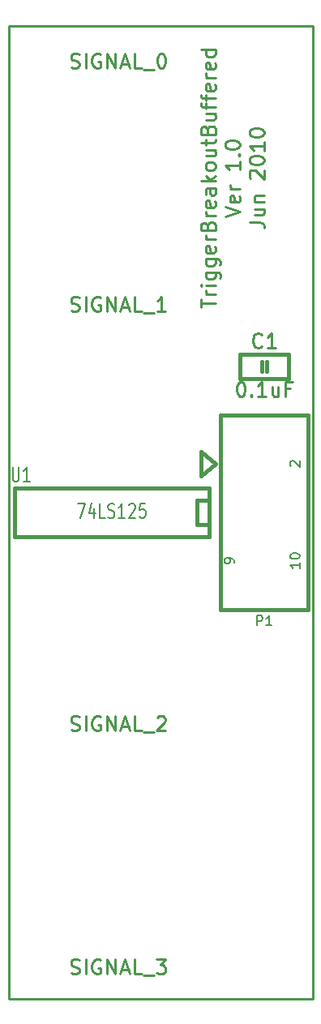
<source format=gto>
G04 (created by PCBNEW-RS274X (20100406 SVN-R2509)-final) date Thu 17 Jun 2010 02:36:26 PM PDT*
G01*
G70*
G90*
%MOIN*%
G04 Gerber Fmt 3.4, Leading zero omitted, Abs format*
%FSLAX34Y34*%
G04 APERTURE LIST*
%ADD10C,0.001000*%
%ADD11C,0.009000*%
%ADD12C,0.010000*%
%ADD13C,0.015000*%
%ADD14C,0.007500*%
%ADD15C,0.006700*%
G04 APERTURE END LIST*
G54D10*
G54D11*
X62750Y-22000D02*
X50250Y-22000D01*
X62750Y-62000D02*
X62750Y-22000D01*
X50250Y-62000D02*
X62750Y-62000D01*
X50250Y-22000D02*
X50250Y-62000D01*
G54D12*
X60143Y-30078D02*
X60571Y-30078D01*
X60657Y-30106D01*
X60714Y-30163D01*
X60743Y-30249D01*
X60743Y-30306D01*
X60343Y-29535D02*
X60743Y-29535D01*
X60343Y-29792D02*
X60657Y-29792D01*
X60714Y-29764D01*
X60743Y-29706D01*
X60743Y-29621D01*
X60714Y-29564D01*
X60686Y-29535D01*
X60343Y-29249D02*
X60743Y-29249D01*
X60400Y-29249D02*
X60371Y-29221D01*
X60343Y-29163D01*
X60343Y-29078D01*
X60371Y-29021D01*
X60429Y-28992D01*
X60743Y-28992D01*
X60200Y-28278D02*
X60171Y-28249D01*
X60143Y-28192D01*
X60143Y-28049D01*
X60171Y-27992D01*
X60200Y-27963D01*
X60257Y-27935D01*
X60314Y-27935D01*
X60400Y-27963D01*
X60743Y-28306D01*
X60743Y-27935D01*
X60143Y-27564D02*
X60143Y-27507D01*
X60171Y-27450D01*
X60200Y-27421D01*
X60257Y-27392D01*
X60371Y-27364D01*
X60514Y-27364D01*
X60629Y-27392D01*
X60686Y-27421D01*
X60714Y-27450D01*
X60743Y-27507D01*
X60743Y-27564D01*
X60714Y-27621D01*
X60686Y-27650D01*
X60629Y-27678D01*
X60514Y-27707D01*
X60371Y-27707D01*
X60257Y-27678D01*
X60200Y-27650D01*
X60171Y-27621D01*
X60143Y-27564D01*
X60743Y-26793D02*
X60743Y-27136D01*
X60743Y-26964D02*
X60143Y-26964D01*
X60229Y-27021D01*
X60286Y-27079D01*
X60314Y-27136D01*
X60143Y-26422D02*
X60143Y-26365D01*
X60171Y-26308D01*
X60200Y-26279D01*
X60257Y-26250D01*
X60371Y-26222D01*
X60514Y-26222D01*
X60629Y-26250D01*
X60686Y-26279D01*
X60714Y-26308D01*
X60743Y-26365D01*
X60743Y-26422D01*
X60714Y-26479D01*
X60686Y-26508D01*
X60629Y-26536D01*
X60514Y-26565D01*
X60371Y-26565D01*
X60257Y-26536D01*
X60200Y-26508D01*
X60171Y-26479D01*
X60143Y-26422D01*
X59143Y-29835D02*
X59743Y-29635D01*
X59143Y-29435D01*
X59714Y-29007D02*
X59743Y-29064D01*
X59743Y-29178D01*
X59714Y-29235D01*
X59657Y-29264D01*
X59429Y-29264D01*
X59371Y-29235D01*
X59343Y-29178D01*
X59343Y-29064D01*
X59371Y-29007D01*
X59429Y-28978D01*
X59486Y-28978D01*
X59543Y-29264D01*
X59743Y-28721D02*
X59343Y-28721D01*
X59457Y-28721D02*
X59400Y-28693D01*
X59371Y-28664D01*
X59343Y-28607D01*
X59343Y-28550D01*
X59743Y-27579D02*
X59743Y-27922D01*
X59743Y-27750D02*
X59143Y-27750D01*
X59229Y-27807D01*
X59286Y-27865D01*
X59314Y-27922D01*
X59686Y-27322D02*
X59714Y-27294D01*
X59743Y-27322D01*
X59714Y-27351D01*
X59686Y-27322D01*
X59743Y-27322D01*
X59143Y-26922D02*
X59143Y-26865D01*
X59171Y-26808D01*
X59200Y-26779D01*
X59257Y-26750D01*
X59371Y-26722D01*
X59514Y-26722D01*
X59629Y-26750D01*
X59686Y-26779D01*
X59714Y-26808D01*
X59743Y-26865D01*
X59743Y-26922D01*
X59714Y-26979D01*
X59686Y-27008D01*
X59629Y-27036D01*
X59514Y-27065D01*
X59371Y-27065D01*
X59257Y-27036D01*
X59200Y-27008D01*
X59171Y-26979D01*
X59143Y-26922D01*
X58143Y-33592D02*
X58143Y-33249D01*
X58743Y-33420D02*
X58143Y-33420D01*
X58743Y-33049D02*
X58343Y-33049D01*
X58457Y-33049D02*
X58400Y-33021D01*
X58371Y-32992D01*
X58343Y-32935D01*
X58343Y-32878D01*
X58743Y-32678D02*
X58343Y-32678D01*
X58143Y-32678D02*
X58171Y-32707D01*
X58200Y-32678D01*
X58171Y-32650D01*
X58143Y-32678D01*
X58200Y-32678D01*
X58343Y-32135D02*
X58829Y-32135D01*
X58886Y-32164D01*
X58914Y-32192D01*
X58943Y-32249D01*
X58943Y-32335D01*
X58914Y-32392D01*
X58714Y-32135D02*
X58743Y-32192D01*
X58743Y-32306D01*
X58714Y-32364D01*
X58686Y-32392D01*
X58629Y-32421D01*
X58457Y-32421D01*
X58400Y-32392D01*
X58371Y-32364D01*
X58343Y-32306D01*
X58343Y-32192D01*
X58371Y-32135D01*
X58343Y-31592D02*
X58829Y-31592D01*
X58886Y-31621D01*
X58914Y-31649D01*
X58943Y-31706D01*
X58943Y-31792D01*
X58914Y-31849D01*
X58714Y-31592D02*
X58743Y-31649D01*
X58743Y-31763D01*
X58714Y-31821D01*
X58686Y-31849D01*
X58629Y-31878D01*
X58457Y-31878D01*
X58400Y-31849D01*
X58371Y-31821D01*
X58343Y-31763D01*
X58343Y-31649D01*
X58371Y-31592D01*
X58714Y-31078D02*
X58743Y-31135D01*
X58743Y-31249D01*
X58714Y-31306D01*
X58657Y-31335D01*
X58429Y-31335D01*
X58371Y-31306D01*
X58343Y-31249D01*
X58343Y-31135D01*
X58371Y-31078D01*
X58429Y-31049D01*
X58486Y-31049D01*
X58543Y-31335D01*
X58743Y-30792D02*
X58343Y-30792D01*
X58457Y-30792D02*
X58400Y-30764D01*
X58371Y-30735D01*
X58343Y-30678D01*
X58343Y-30621D01*
X58429Y-30221D02*
X58457Y-30135D01*
X58486Y-30107D01*
X58543Y-30078D01*
X58629Y-30078D01*
X58686Y-30107D01*
X58714Y-30135D01*
X58743Y-30193D01*
X58743Y-30421D01*
X58143Y-30421D01*
X58143Y-30221D01*
X58171Y-30164D01*
X58200Y-30135D01*
X58257Y-30107D01*
X58314Y-30107D01*
X58371Y-30135D01*
X58400Y-30164D01*
X58429Y-30221D01*
X58429Y-30421D01*
X58743Y-29821D02*
X58343Y-29821D01*
X58457Y-29821D02*
X58400Y-29793D01*
X58371Y-29764D01*
X58343Y-29707D01*
X58343Y-29650D01*
X58714Y-29222D02*
X58743Y-29279D01*
X58743Y-29393D01*
X58714Y-29450D01*
X58657Y-29479D01*
X58429Y-29479D01*
X58371Y-29450D01*
X58343Y-29393D01*
X58343Y-29279D01*
X58371Y-29222D01*
X58429Y-29193D01*
X58486Y-29193D01*
X58543Y-29479D01*
X58743Y-28679D02*
X58429Y-28679D01*
X58371Y-28708D01*
X58343Y-28765D01*
X58343Y-28879D01*
X58371Y-28936D01*
X58714Y-28679D02*
X58743Y-28736D01*
X58743Y-28879D01*
X58714Y-28936D01*
X58657Y-28965D01*
X58600Y-28965D01*
X58543Y-28936D01*
X58514Y-28879D01*
X58514Y-28736D01*
X58486Y-28679D01*
X58743Y-28393D02*
X58143Y-28393D01*
X58514Y-28336D02*
X58743Y-28165D01*
X58343Y-28165D02*
X58571Y-28393D01*
X58743Y-27821D02*
X58714Y-27879D01*
X58686Y-27907D01*
X58629Y-27936D01*
X58457Y-27936D01*
X58400Y-27907D01*
X58371Y-27879D01*
X58343Y-27821D01*
X58343Y-27736D01*
X58371Y-27679D01*
X58400Y-27650D01*
X58457Y-27621D01*
X58629Y-27621D01*
X58686Y-27650D01*
X58714Y-27679D01*
X58743Y-27736D01*
X58743Y-27821D01*
X58343Y-27107D02*
X58743Y-27107D01*
X58343Y-27364D02*
X58657Y-27364D01*
X58714Y-27336D01*
X58743Y-27278D01*
X58743Y-27193D01*
X58714Y-27136D01*
X58686Y-27107D01*
X58343Y-26907D02*
X58343Y-26678D01*
X58143Y-26821D02*
X58657Y-26821D01*
X58714Y-26793D01*
X58743Y-26735D01*
X58743Y-26678D01*
X58429Y-26278D02*
X58457Y-26192D01*
X58486Y-26164D01*
X58543Y-26135D01*
X58629Y-26135D01*
X58686Y-26164D01*
X58714Y-26192D01*
X58743Y-26250D01*
X58743Y-26478D01*
X58143Y-26478D01*
X58143Y-26278D01*
X58171Y-26221D01*
X58200Y-26192D01*
X58257Y-26164D01*
X58314Y-26164D01*
X58371Y-26192D01*
X58400Y-26221D01*
X58429Y-26278D01*
X58429Y-26478D01*
X58343Y-25621D02*
X58743Y-25621D01*
X58343Y-25878D02*
X58657Y-25878D01*
X58714Y-25850D01*
X58743Y-25792D01*
X58743Y-25707D01*
X58714Y-25650D01*
X58686Y-25621D01*
X58343Y-25421D02*
X58343Y-25192D01*
X58743Y-25335D02*
X58229Y-25335D01*
X58171Y-25307D01*
X58143Y-25249D01*
X58143Y-25192D01*
X58343Y-25078D02*
X58343Y-24849D01*
X58743Y-24992D02*
X58229Y-24992D01*
X58171Y-24964D01*
X58143Y-24906D01*
X58143Y-24849D01*
X58714Y-24421D02*
X58743Y-24478D01*
X58743Y-24592D01*
X58714Y-24649D01*
X58657Y-24678D01*
X58429Y-24678D01*
X58371Y-24649D01*
X58343Y-24592D01*
X58343Y-24478D01*
X58371Y-24421D01*
X58429Y-24392D01*
X58486Y-24392D01*
X58543Y-24678D01*
X58743Y-24135D02*
X58343Y-24135D01*
X58457Y-24135D02*
X58400Y-24107D01*
X58371Y-24078D01*
X58343Y-24021D01*
X58343Y-23964D01*
X58714Y-23536D02*
X58743Y-23593D01*
X58743Y-23707D01*
X58714Y-23764D01*
X58657Y-23793D01*
X58429Y-23793D01*
X58371Y-23764D01*
X58343Y-23707D01*
X58343Y-23593D01*
X58371Y-23536D01*
X58429Y-23507D01*
X58486Y-23507D01*
X58543Y-23793D01*
X58743Y-22993D02*
X58143Y-22993D01*
X58714Y-22993D02*
X58743Y-23050D01*
X58743Y-23164D01*
X58714Y-23222D01*
X58686Y-23250D01*
X58629Y-23279D01*
X58457Y-23279D01*
X58400Y-23250D01*
X58371Y-23222D01*
X58343Y-23164D01*
X58343Y-23050D01*
X58371Y-22993D01*
X52807Y-60964D02*
X52893Y-60993D01*
X53036Y-60993D01*
X53093Y-60964D01*
X53122Y-60936D01*
X53150Y-60879D01*
X53150Y-60821D01*
X53122Y-60764D01*
X53093Y-60736D01*
X53036Y-60707D01*
X52922Y-60679D01*
X52864Y-60650D01*
X52836Y-60621D01*
X52807Y-60564D01*
X52807Y-60507D01*
X52836Y-60450D01*
X52864Y-60421D01*
X52922Y-60393D01*
X53064Y-60393D01*
X53150Y-60421D01*
X53407Y-60993D02*
X53407Y-60393D01*
X54007Y-60421D02*
X53950Y-60393D01*
X53864Y-60393D01*
X53779Y-60421D01*
X53721Y-60479D01*
X53693Y-60536D01*
X53664Y-60650D01*
X53664Y-60736D01*
X53693Y-60850D01*
X53721Y-60907D01*
X53779Y-60964D01*
X53864Y-60993D01*
X53921Y-60993D01*
X54007Y-60964D01*
X54036Y-60936D01*
X54036Y-60736D01*
X53921Y-60736D01*
X54293Y-60993D02*
X54293Y-60393D01*
X54636Y-60993D01*
X54636Y-60393D01*
X54893Y-60821D02*
X55179Y-60821D01*
X54836Y-60993D02*
X55036Y-60393D01*
X55236Y-60993D01*
X55722Y-60993D02*
X55436Y-60993D01*
X55436Y-60393D01*
X55779Y-61050D02*
X56236Y-61050D01*
X56322Y-60393D02*
X56693Y-60393D01*
X56493Y-60621D01*
X56579Y-60621D01*
X56636Y-60650D01*
X56665Y-60679D01*
X56693Y-60736D01*
X56693Y-60879D01*
X56665Y-60936D01*
X56636Y-60964D01*
X56579Y-60993D01*
X56407Y-60993D01*
X56350Y-60964D01*
X56322Y-60936D01*
X52807Y-50964D02*
X52893Y-50993D01*
X53036Y-50993D01*
X53093Y-50964D01*
X53122Y-50936D01*
X53150Y-50879D01*
X53150Y-50821D01*
X53122Y-50764D01*
X53093Y-50736D01*
X53036Y-50707D01*
X52922Y-50679D01*
X52864Y-50650D01*
X52836Y-50621D01*
X52807Y-50564D01*
X52807Y-50507D01*
X52836Y-50450D01*
X52864Y-50421D01*
X52922Y-50393D01*
X53064Y-50393D01*
X53150Y-50421D01*
X53407Y-50993D02*
X53407Y-50393D01*
X54007Y-50421D02*
X53950Y-50393D01*
X53864Y-50393D01*
X53779Y-50421D01*
X53721Y-50479D01*
X53693Y-50536D01*
X53664Y-50650D01*
X53664Y-50736D01*
X53693Y-50850D01*
X53721Y-50907D01*
X53779Y-50964D01*
X53864Y-50993D01*
X53921Y-50993D01*
X54007Y-50964D01*
X54036Y-50936D01*
X54036Y-50736D01*
X53921Y-50736D01*
X54293Y-50993D02*
X54293Y-50393D01*
X54636Y-50993D01*
X54636Y-50393D01*
X54893Y-50821D02*
X55179Y-50821D01*
X54836Y-50993D02*
X55036Y-50393D01*
X55236Y-50993D01*
X55722Y-50993D02*
X55436Y-50993D01*
X55436Y-50393D01*
X55779Y-51050D02*
X56236Y-51050D01*
X56350Y-50450D02*
X56379Y-50421D01*
X56436Y-50393D01*
X56579Y-50393D01*
X56636Y-50421D01*
X56665Y-50450D01*
X56693Y-50507D01*
X56693Y-50564D01*
X56665Y-50650D01*
X56322Y-50993D01*
X56693Y-50993D01*
X52807Y-33714D02*
X52893Y-33743D01*
X53036Y-33743D01*
X53093Y-33714D01*
X53122Y-33686D01*
X53150Y-33629D01*
X53150Y-33571D01*
X53122Y-33514D01*
X53093Y-33486D01*
X53036Y-33457D01*
X52922Y-33429D01*
X52864Y-33400D01*
X52836Y-33371D01*
X52807Y-33314D01*
X52807Y-33257D01*
X52836Y-33200D01*
X52864Y-33171D01*
X52922Y-33143D01*
X53064Y-33143D01*
X53150Y-33171D01*
X53407Y-33743D02*
X53407Y-33143D01*
X54007Y-33171D02*
X53950Y-33143D01*
X53864Y-33143D01*
X53779Y-33171D01*
X53721Y-33229D01*
X53693Y-33286D01*
X53664Y-33400D01*
X53664Y-33486D01*
X53693Y-33600D01*
X53721Y-33657D01*
X53779Y-33714D01*
X53864Y-33743D01*
X53921Y-33743D01*
X54007Y-33714D01*
X54036Y-33686D01*
X54036Y-33486D01*
X53921Y-33486D01*
X54293Y-33743D02*
X54293Y-33143D01*
X54636Y-33743D01*
X54636Y-33143D01*
X54893Y-33571D02*
X55179Y-33571D01*
X54836Y-33743D02*
X55036Y-33143D01*
X55236Y-33743D01*
X55722Y-33743D02*
X55436Y-33743D01*
X55436Y-33143D01*
X55779Y-33800D02*
X56236Y-33800D01*
X56693Y-33743D02*
X56350Y-33743D01*
X56522Y-33743D02*
X56522Y-33143D01*
X56465Y-33229D01*
X56407Y-33286D01*
X56350Y-33314D01*
X52807Y-23714D02*
X52893Y-23743D01*
X53036Y-23743D01*
X53093Y-23714D01*
X53122Y-23686D01*
X53150Y-23629D01*
X53150Y-23571D01*
X53122Y-23514D01*
X53093Y-23486D01*
X53036Y-23457D01*
X52922Y-23429D01*
X52864Y-23400D01*
X52836Y-23371D01*
X52807Y-23314D01*
X52807Y-23257D01*
X52836Y-23200D01*
X52864Y-23171D01*
X52922Y-23143D01*
X53064Y-23143D01*
X53150Y-23171D01*
X53407Y-23743D02*
X53407Y-23143D01*
X54007Y-23171D02*
X53950Y-23143D01*
X53864Y-23143D01*
X53779Y-23171D01*
X53721Y-23229D01*
X53693Y-23286D01*
X53664Y-23400D01*
X53664Y-23486D01*
X53693Y-23600D01*
X53721Y-23657D01*
X53779Y-23714D01*
X53864Y-23743D01*
X53921Y-23743D01*
X54007Y-23714D01*
X54036Y-23686D01*
X54036Y-23486D01*
X53921Y-23486D01*
X54293Y-23743D02*
X54293Y-23143D01*
X54636Y-23743D01*
X54636Y-23143D01*
X54893Y-23571D02*
X55179Y-23571D01*
X54836Y-23743D02*
X55036Y-23143D01*
X55236Y-23743D01*
X55722Y-23743D02*
X55436Y-23743D01*
X55436Y-23143D01*
X55779Y-23800D02*
X56236Y-23800D01*
X56493Y-23143D02*
X56550Y-23143D01*
X56607Y-23171D01*
X56636Y-23200D01*
X56665Y-23257D01*
X56693Y-23371D01*
X56693Y-23514D01*
X56665Y-23629D01*
X56636Y-23686D01*
X56607Y-23714D01*
X56550Y-23743D01*
X56493Y-23743D01*
X56436Y-23714D01*
X56407Y-23686D01*
X56379Y-23629D01*
X56350Y-23514D01*
X56350Y-23371D01*
X56379Y-23257D01*
X56407Y-23200D01*
X56436Y-23171D01*
X56493Y-23143D01*
G54D13*
X58500Y-43000D02*
X50500Y-43000D01*
X50500Y-41000D02*
X58500Y-41000D01*
X58500Y-41000D02*
X58500Y-43000D01*
X58500Y-42500D02*
X58000Y-42500D01*
X58000Y-42500D02*
X58000Y-41500D01*
X58000Y-41500D02*
X58500Y-41500D01*
X50500Y-43000D02*
X50500Y-41000D01*
X60850Y-35800D02*
X60850Y-36200D01*
X60650Y-35800D02*
X60650Y-36200D01*
X59750Y-35500D02*
X59750Y-36500D01*
X59750Y-36500D02*
X61750Y-36500D01*
X61750Y-36500D02*
X61750Y-35500D01*
X61750Y-35500D02*
X59750Y-35500D01*
X62550Y-38000D02*
X58950Y-38000D01*
X58950Y-38000D02*
X58950Y-46000D01*
X58950Y-46000D02*
X62550Y-46000D01*
X62550Y-46000D02*
X62550Y-38000D01*
X58750Y-40000D02*
X58150Y-39500D01*
X58150Y-39500D02*
X58150Y-40500D01*
X58150Y-40500D02*
X58750Y-40000D01*
G54D14*
X50407Y-40143D02*
X50407Y-40629D01*
X50429Y-40686D01*
X50450Y-40714D01*
X50493Y-40743D01*
X50579Y-40743D01*
X50621Y-40714D01*
X50643Y-40686D01*
X50664Y-40629D01*
X50664Y-40143D01*
X51114Y-40743D02*
X50857Y-40743D01*
X50985Y-40743D02*
X50985Y-40143D01*
X50942Y-40229D01*
X50900Y-40286D01*
X50857Y-40314D01*
X53095Y-41643D02*
X53395Y-41643D01*
X53202Y-42243D01*
X53760Y-41843D02*
X53760Y-42243D01*
X53653Y-41614D02*
X53546Y-42043D01*
X53824Y-42043D01*
X54210Y-42243D02*
X53996Y-42243D01*
X53996Y-41643D01*
X54339Y-42214D02*
X54403Y-42243D01*
X54510Y-42243D01*
X54553Y-42214D01*
X54574Y-42186D01*
X54596Y-42129D01*
X54596Y-42071D01*
X54574Y-42014D01*
X54553Y-41986D01*
X54510Y-41957D01*
X54424Y-41929D01*
X54382Y-41900D01*
X54360Y-41871D01*
X54339Y-41814D01*
X54339Y-41757D01*
X54360Y-41700D01*
X54382Y-41671D01*
X54424Y-41643D01*
X54532Y-41643D01*
X54596Y-41671D01*
X55025Y-42243D02*
X54768Y-42243D01*
X54896Y-42243D02*
X54896Y-41643D01*
X54853Y-41729D01*
X54811Y-41786D01*
X54768Y-41814D01*
X55197Y-41700D02*
X55218Y-41671D01*
X55261Y-41643D01*
X55368Y-41643D01*
X55411Y-41671D01*
X55432Y-41700D01*
X55454Y-41757D01*
X55454Y-41814D01*
X55432Y-41900D01*
X55175Y-42243D01*
X55454Y-42243D01*
X55861Y-41643D02*
X55647Y-41643D01*
X55626Y-41929D01*
X55647Y-41900D01*
X55690Y-41871D01*
X55797Y-41871D01*
X55840Y-41900D01*
X55861Y-41929D01*
X55883Y-41986D01*
X55883Y-42129D01*
X55861Y-42186D01*
X55840Y-42214D01*
X55797Y-42243D01*
X55690Y-42243D01*
X55647Y-42214D01*
X55626Y-42186D01*
G54D12*
X60651Y-35186D02*
X60622Y-35214D01*
X60536Y-35243D01*
X60479Y-35243D01*
X60394Y-35214D01*
X60336Y-35157D01*
X60308Y-35100D01*
X60279Y-34986D01*
X60279Y-34900D01*
X60308Y-34786D01*
X60336Y-34729D01*
X60394Y-34671D01*
X60479Y-34643D01*
X60536Y-34643D01*
X60622Y-34671D01*
X60651Y-34700D01*
X61222Y-35243D02*
X60879Y-35243D01*
X61051Y-35243D02*
X61051Y-34643D01*
X60994Y-34729D01*
X60936Y-34786D01*
X60879Y-34814D01*
X59765Y-36643D02*
X59822Y-36643D01*
X59879Y-36671D01*
X59908Y-36700D01*
X59937Y-36757D01*
X59965Y-36871D01*
X59965Y-37014D01*
X59937Y-37129D01*
X59908Y-37186D01*
X59879Y-37214D01*
X59822Y-37243D01*
X59765Y-37243D01*
X59708Y-37214D01*
X59679Y-37186D01*
X59651Y-37129D01*
X59622Y-37014D01*
X59622Y-36871D01*
X59651Y-36757D01*
X59679Y-36700D01*
X59708Y-36671D01*
X59765Y-36643D01*
X60222Y-37186D02*
X60250Y-37214D01*
X60222Y-37243D01*
X60193Y-37214D01*
X60222Y-37186D01*
X60222Y-37243D01*
X60822Y-37243D02*
X60479Y-37243D01*
X60651Y-37243D02*
X60651Y-36643D01*
X60594Y-36729D01*
X60536Y-36786D01*
X60479Y-36814D01*
X61336Y-36843D02*
X61336Y-37243D01*
X61079Y-36843D02*
X61079Y-37157D01*
X61107Y-37214D01*
X61165Y-37243D01*
X61250Y-37243D01*
X61307Y-37214D01*
X61336Y-37186D01*
X61822Y-36929D02*
X61622Y-36929D01*
X61622Y-37243D02*
X61622Y-36643D01*
X61908Y-36643D01*
G54D15*
X60455Y-46662D02*
X60455Y-46262D01*
X60608Y-46262D01*
X60646Y-46281D01*
X60665Y-46300D01*
X60684Y-46338D01*
X60684Y-46395D01*
X60665Y-46433D01*
X60646Y-46452D01*
X60608Y-46471D01*
X60455Y-46471D01*
X61065Y-46662D02*
X60836Y-46662D01*
X60950Y-46662D02*
X60950Y-46262D01*
X60912Y-46319D01*
X60874Y-46357D01*
X60836Y-46376D01*
X61850Y-40114D02*
X61831Y-40095D01*
X61812Y-40057D01*
X61812Y-39961D01*
X61831Y-39923D01*
X61850Y-39904D01*
X61888Y-39885D01*
X61926Y-39885D01*
X61983Y-39904D01*
X62212Y-40133D01*
X62212Y-39885D01*
X62212Y-44076D02*
X62212Y-44305D01*
X62212Y-44191D02*
X61812Y-44191D01*
X61869Y-44229D01*
X61907Y-44267D01*
X61926Y-44305D01*
X61812Y-43829D02*
X61812Y-43790D01*
X61831Y-43752D01*
X61850Y-43733D01*
X61888Y-43714D01*
X61964Y-43695D01*
X62060Y-43695D01*
X62136Y-43714D01*
X62174Y-43733D01*
X62193Y-43752D01*
X62212Y-43790D01*
X62212Y-43829D01*
X62193Y-43867D01*
X62174Y-43886D01*
X62136Y-43905D01*
X62060Y-43924D01*
X61964Y-43924D01*
X61888Y-43905D01*
X61850Y-43886D01*
X61831Y-43867D01*
X61812Y-43829D01*
X59512Y-44076D02*
X59512Y-44000D01*
X59493Y-43961D01*
X59474Y-43942D01*
X59417Y-43904D01*
X59340Y-43885D01*
X59188Y-43885D01*
X59150Y-43904D01*
X59131Y-43923D01*
X59112Y-43961D01*
X59112Y-44038D01*
X59131Y-44076D01*
X59150Y-44095D01*
X59188Y-44114D01*
X59283Y-44114D01*
X59321Y-44095D01*
X59340Y-44076D01*
X59360Y-44038D01*
X59360Y-43961D01*
X59340Y-43923D01*
X59321Y-43904D01*
X59283Y-43885D01*
M02*

</source>
